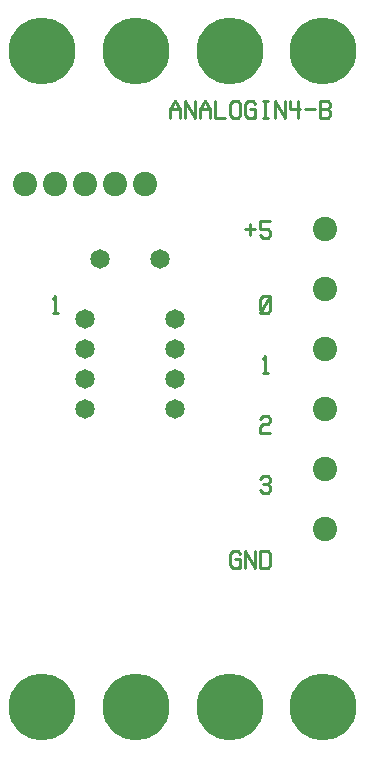
<source format=gtl>
%MOIN*%
%FSLAX25Y25*%
G04 D10 used for Character Trace; *
G04     Circle (OD=.01000) (No hole)*
G04 D11 used for Power Trace; *
G04     Circle (OD=.06700) (No hole)*
G04 D12 used for Signal Trace; *
G04     Circle (OD=.01100) (No hole)*
G04 D13 used for Via; *
G04     Circle (OD=.05800) (Round. Hole ID=.02800)*
G04 D14 used for Component hole; *
G04     Circle (OD=.06500) (Round. Hole ID=.03500)*
G04 D15 used for Component hole; *
G04     Circle (OD=.06700) (Round. Hole ID=.04300)*
G04 D16 used for Component hole; *
G04     Circle (OD=.08100) (Round. Hole ID=.05100)*
G04 D17 used for Component hole; *
G04     Circle (OD=.08900) (Round. Hole ID=.05900)*
G04 D18 used for Component hole; *
G04     Circle (OD=.11300) (Round. Hole ID=.08300)*
G04 D19 used for Component hole; *
G04     Circle (OD=.16000) (Round. Hole ID=.13000)*
G04 D20 used for Component hole; *
G04     Circle (OD=.18300) (Round. Hole ID=.15300)*
G04 D21 used for Component hole; *
G04     Circle (OD=.22291) (Round. Hole ID=.19291)*
%ADD10C,.01000*%
%ADD11C,.06700*%
%ADD12C,.01100*%
%ADD13C,.05800*%
%ADD14C,.06500*%
%ADD15C,.06700*%
%ADD16C,.08100*%
%ADD17C,.08900*%
%ADD18C,.11300*%
%ADD19C,.16000*%
%ADD20C,.18300*%
%ADD21C,.22291*%
%IPPOS*%
%LPD*%
G90*X0Y0D02*D21*X15625Y15625D03*X46875D03*        
X78125D03*D10*X81674Y63086D02*X80837Y62129D01*    
X79163D01*X78326Y63086D01*Y66914D01*              
X79163Y67871D01*X80837D01*X81674Y66914D01*        
X80000Y65000D02*X81674D01*Y62129D01*X83326D02*    
Y67871D01*X86674Y62129D01*Y67871D01*              
X88326Y62129D02*Y67871D01*X90837D01*              
X91674Y66914D01*Y63086D01*X90837Y62129D01*        
X88326D01*Y91914D02*X89163Y92871D01*X90837D01*    
X91674Y91914D01*Y90957D01*X90837Y90000D01*        
X89163D01*X90837D02*X91674Y89043D01*Y88086D01*    
X90837Y87129D01*X89163D01*X88326Y88086D01*        
Y111914D02*X89163Y112871D01*X90837D01*            
X91674Y111914D01*Y110957D01*X90837Y110000D01*     
X89163D01*X88326Y109043D01*Y107129D01*X91674D01*  
D21*X109375Y15625D03*D16*X110000Y75000D03*        
Y95000D03*Y115000D03*D14*X60000D03*X30000D03*     
X60000Y125000D03*X30000D03*D10*X89163Y131914D02*  
X90000Y132871D01*Y127129D01*X89163D02*X90837D01*  
D16*X110000Y135000D03*D14*X60000D03*X30000D03*    
X60000Y145000D03*X30000D03*D10*X91674Y148086D02*  
X90837Y147129D01*X89163D01*X88326Y148086D01*      
Y151914D01*X89163Y152871D01*X90837D01*            
X91674Y151914D01*Y148086D01*X88326Y147129D02*     
X91674Y152871D01*X19163Y151914D02*                
X20000Y152871D01*Y147129D01*X19163D02*X20837D01*  
D16*X110000Y155000D03*D14*X55000Y165000D03*       
X35000D03*D16*X110000Y175000D03*D10*X83326D02*    
X86674D01*X85000Y176914D02*Y173086D01*            
X91674Y177871D02*X88326D01*Y175000D01*X90837D01*  
X91674Y174043D01*Y173086D01*X90837Y172129D01*     
X89163D01*X88326Y173086D01*D16*X50000Y190000D03*  
X40000D03*X30000D03*X20000D03*X10000D03*D10*      
X58326Y212129D02*Y215000D01*X60000Y217871D01*     
X61674Y215000D01*Y212129D01*X58326Y215000D02*     
X61674D01*X63326Y212129D02*Y217871D01*            
X66674Y212129D01*Y217871D01*X68326Y212129D02*     
Y215000D01*X70000Y217871D01*X71674Y215000D01*     
Y212129D01*X68326Y215000D02*X71674D01*            
X73326Y217871D02*Y212129D01*X76674D01*            
X81674Y213086D02*X80837Y212129D01*X79163D01*      
X78326Y213086D01*Y216914D01*X79163Y217871D01*     
X80837D01*X81674Y216914D01*Y213086D01*X86674D02*  
X85837Y212129D01*X84163D01*X83326Y213086D01*      
Y216914D01*X84163Y217871D01*X85837D01*            
X86674Y216914D01*X85000Y215000D02*X86674D01*      
Y212129D01*X90000D02*Y217871D01*X89163Y212129D02* 
X90837D01*X89163Y217871D02*X90837D01*             
X93326Y212129D02*Y217871D01*X96674Y212129D01*     
Y217871D01*X100837D02*Y212129D01*X98326Y217871D02*
Y215000D01*X101674D01*X103326D02*X106674D01*      
X108326Y212129D02*Y217871D01*X110837D01*          
X111674Y216914D01*Y215957D01*X110837Y215000D01*   
X111674Y214043D01*Y213086D01*X110837Y212129D01*   
X108326D01*Y215000D02*X110837D01*D21*             
X109375Y234375D03*X78125D03*X46875D03*X15625D03*  
M02*                                              

</source>
